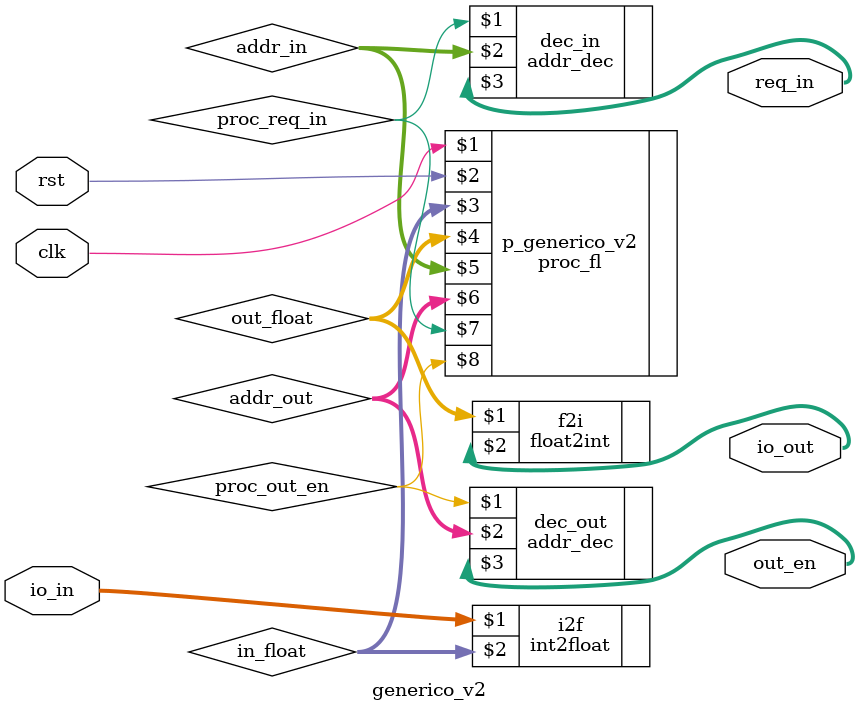
<source format=v>
module generico_v2 (
input clk, rst,
input [15:0] io_in,
output [32:0] io_out,
output [3:0] req_in,
output [3:0] out_en);

wire signed [32:0] in_float;
wire signed [32:0] out_float;

int2float #(.MAN(16),.EXP(16)) i2f (io_in, in_float);

wire proc_req_in, proc_out_en;
wire [1:0] addr_in;
wire [1:0] addr_out;

proc_fl #(.NBMANT(16),
.NBEXPO(16),
.MDATAS(5556),
.MINSTS(36770),
.SDEPTH(16),
.NUIOIN(4),
.NUIOOU(4),
.DFILE("C:/Users/melis/OneDrive/- TCC/Processadores/generico_v2/generico_v2/Hardware/generico_v2_H/generico_v2_data.mif"),
.IFILE("C:/Users/melis/OneDrive/- TCC/Processadores/generico_v2/generico_v2/Hardware/generico_v2_H/generico_v2_inst.mif")
) p_generico_v2 (clk, rst, in_float, out_float, addr_in, addr_out, proc_req_in, proc_out_en);

float2int #(.EXP(16),.MAN(16)) f2i (out_float, io_out);

addr_dec #(4) dec_in (proc_req_in, addr_in , req_in);
addr_dec #(4) dec_out(proc_out_en, addr_out, out_en);

endmodule

</source>
